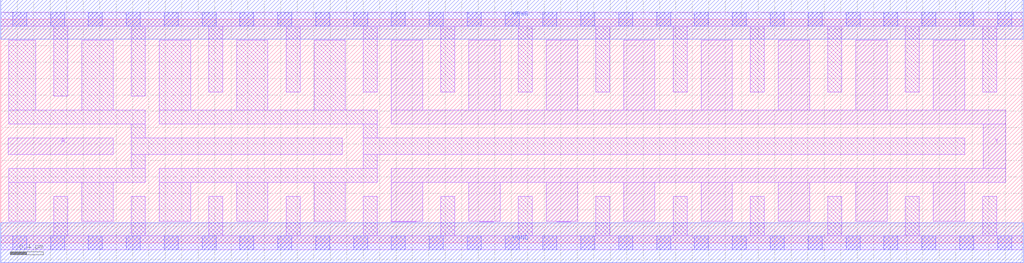
<source format=lef>
# Copyright 2020 The SkyWater PDK Authors
#
# Licensed under the Apache License, Version 2.0 (the "License");
# you may not use this file except in compliance with the License.
# You may obtain a copy of the License at
#
#     https://www.apache.org/licenses/LICENSE-2.0
#
# Unless required by applicable law or agreed to in writing, software
# distributed under the License is distributed on an "AS IS" BASIS,
# WITHOUT WARRANTIES OR CONDITIONS OF ANY KIND, either express or implied.
# See the License for the specific language governing permissions and
# limitations under the License.
#
# SPDX-License-Identifier: Apache-2.0

VERSION 5.7 ;
  NAMESCASESENSITIVE ON ;
  NOWIREEXTENSIONATPIN ON ;
  DIVIDERCHAR "/" ;
  BUSBITCHARS "[]" ;
UNITS
  DATABASE MICRONS 200 ;
END UNITS
PROPERTYDEFINITIONS
  MACRO maskLayoutSubType STRING ;
  MACRO prCellType STRING ;
  MACRO originalViewName STRING ;
END PROPERTYDEFINITIONS
MACRO sky130_fd_sc_hdll__bufinv_16
  CLASS CORE ;
  FOREIGN sky130_fd_sc_hdll__bufinv_16 ;
  ORIGIN  0.000000  0.000000 ;
  SIZE  12.42000 BY  2.720000 ;
  SYMMETRY X Y R90 ;
  SITE unithd ;
  PIN A
    ANTENNAGATEAREA  0.832500 ;
    DIRECTION INPUT ;
    USE SIGNAL ;
    PORT
      LAYER li1 ;
        RECT 0.090000 1.075000 1.365000 1.275000 ;
    END
  END A
  PIN Y
    ANTENNADIFFAREA  4.016500 ;
    DIRECTION OUTPUT ;
    USE SIGNAL ;
    PORT
      LAYER li1 ;
        RECT  4.745000 0.255000  5.045000 0.260000 ;
        RECT  4.745000 0.260000  5.125000 0.735000 ;
        RECT  4.745000 0.735000 12.205000 0.905000 ;
        RECT  4.745000 1.445000 12.205000 1.615000 ;
        RECT  4.745000 1.615000  5.125000 2.465000 ;
        RECT  5.685000 0.260000  6.065000 0.735000 ;
        RECT  5.685000 1.615000  6.065000 2.465000 ;
        RECT  5.815000 0.255000  5.985000 0.260000 ;
        RECT  6.625000 0.260000  7.005000 0.735000 ;
        RECT  6.625000 1.615000  7.005000 2.465000 ;
        RECT  6.755000 0.255000  6.925000 0.260000 ;
        RECT  7.565000 0.260000  7.945000 0.735000 ;
        RECT  7.565000 1.615000  7.945000 2.465000 ;
        RECT  8.505000 0.260000  8.885000 0.735000 ;
        RECT  8.505000 1.615000  8.885000 2.465000 ;
        RECT  9.445000 0.260000  9.825000 0.735000 ;
        RECT  9.445000 1.615000  9.825000 2.465000 ;
        RECT 10.385000 0.260000 10.765000 0.735000 ;
        RECT 10.385000 1.615000 10.765000 2.465000 ;
        RECT 11.325000 0.260000 11.705000 0.735000 ;
        RECT 11.325000 1.615000 11.705000 2.465000 ;
        RECT 11.930000 0.905000 12.205000 1.445000 ;
    END
  END Y
  PIN VGND
    DIRECTION INOUT ;
    USE GROUND ;
    PORT
      LAYER met1 ;
        RECT 0.000000 -0.240000 12.420000 0.240000 ;
    END
  END VGND
  PIN VPWR
    DIRECTION INOUT ;
    USE POWER ;
    PORT
      LAYER met1 ;
        RECT 0.000000 2.480000 12.420000 2.960000 ;
    END
  END VPWR
  OBS
    LAYER li1 ;
      RECT  0.000000 -0.085000 12.420000 0.085000 ;
      RECT  0.000000  2.635000 12.420000 2.805000 ;
      RECT  0.095000  0.260000  0.425000 0.735000 ;
      RECT  0.095000  0.735000  1.755000 0.905000 ;
      RECT  0.095000  1.445000  1.755000 1.615000 ;
      RECT  0.095000  1.615000  0.425000 2.465000 ;
      RECT  0.645000  0.085000  0.815000 0.565000 ;
      RECT  0.645000  1.785000  0.815000 2.635000 ;
      RECT  0.985000  0.260000  1.365000 0.735000 ;
      RECT  0.985000  1.615000  1.365000 2.465000 ;
      RECT  1.585000  0.085000  1.755000 0.565000 ;
      RECT  1.585000  0.905000  1.755000 1.075000 ;
      RECT  1.585000  1.075000  4.145000 1.275000 ;
      RECT  1.585000  1.275000  1.755000 1.445000 ;
      RECT  1.585000  1.785000  1.755000 2.635000 ;
      RECT  1.925000  0.260000  2.305000 0.735000 ;
      RECT  1.925000  0.735000  4.575000 0.905000 ;
      RECT  1.925000  1.445000  4.575000 1.615000 ;
      RECT  1.925000  1.615000  2.305000 2.465000 ;
      RECT  2.525000  0.085000  2.695000 0.565000 ;
      RECT  2.525000  1.835000  2.695000 2.635000 ;
      RECT  2.865000  0.260000  3.245000 0.735000 ;
      RECT  2.865000  1.615000  3.245000 2.465000 ;
      RECT  3.465000  0.085000  3.635000 0.565000 ;
      RECT  3.465000  1.835000  3.635000 2.635000 ;
      RECT  3.805000  0.260000  4.185000 0.735000 ;
      RECT  3.805000  1.615000  4.185000 2.465000 ;
      RECT  4.400000  0.905000  4.575000 1.075000 ;
      RECT  4.400000  1.075000 11.710000 1.275000 ;
      RECT  4.400000  1.275000  4.575000 1.445000 ;
      RECT  4.405000  0.085000  4.575000 0.565000 ;
      RECT  4.405000  1.835000  4.575000 2.635000 ;
      RECT  5.345000  0.085000  5.515000 0.565000 ;
      RECT  5.345000  1.835000  5.515000 2.635000 ;
      RECT  6.285000  0.085000  6.455000 0.565000 ;
      RECT  6.285000  1.835000  6.455000 2.635000 ;
      RECT  7.225000  0.085000  7.395000 0.565000 ;
      RECT  7.225000  1.835000  7.395000 2.635000 ;
      RECT  8.165000  0.085000  8.335000 0.565000 ;
      RECT  8.165000  1.835000  8.335000 2.635000 ;
      RECT  9.105000  0.085000  9.275000 0.565000 ;
      RECT  9.105000  1.835000  9.275000 2.635000 ;
      RECT 10.045000  0.085000 10.215000 0.565000 ;
      RECT 10.045000  1.835000 10.215000 2.635000 ;
      RECT 10.985000  0.085000 11.155000 0.565000 ;
      RECT 10.985000  1.835000 11.155000 2.635000 ;
      RECT 11.925000  0.085000 12.095000 0.565000 ;
      RECT 11.925000  1.835000 12.095000 2.635000 ;
    LAYER mcon ;
      RECT  0.145000 -0.085000  0.315000 0.085000 ;
      RECT  0.145000  2.635000  0.315000 2.805000 ;
      RECT  0.605000 -0.085000  0.775000 0.085000 ;
      RECT  0.605000  2.635000  0.775000 2.805000 ;
      RECT  1.065000 -0.085000  1.235000 0.085000 ;
      RECT  1.065000  2.635000  1.235000 2.805000 ;
      RECT  1.525000 -0.085000  1.695000 0.085000 ;
      RECT  1.525000  2.635000  1.695000 2.805000 ;
      RECT  1.985000 -0.085000  2.155000 0.085000 ;
      RECT  1.985000  2.635000  2.155000 2.805000 ;
      RECT  2.445000 -0.085000  2.615000 0.085000 ;
      RECT  2.445000  2.635000  2.615000 2.805000 ;
      RECT  2.905000 -0.085000  3.075000 0.085000 ;
      RECT  2.905000  2.635000  3.075000 2.805000 ;
      RECT  3.365000 -0.085000  3.535000 0.085000 ;
      RECT  3.365000  2.635000  3.535000 2.805000 ;
      RECT  3.825000 -0.085000  3.995000 0.085000 ;
      RECT  3.825000  2.635000  3.995000 2.805000 ;
      RECT  4.285000 -0.085000  4.455000 0.085000 ;
      RECT  4.285000  2.635000  4.455000 2.805000 ;
      RECT  4.745000 -0.085000  4.915000 0.085000 ;
      RECT  4.745000  2.635000  4.915000 2.805000 ;
      RECT  5.205000 -0.085000  5.375000 0.085000 ;
      RECT  5.205000  2.635000  5.375000 2.805000 ;
      RECT  5.665000 -0.085000  5.835000 0.085000 ;
      RECT  5.665000  2.635000  5.835000 2.805000 ;
      RECT  6.125000 -0.085000  6.295000 0.085000 ;
      RECT  6.125000  2.635000  6.295000 2.805000 ;
      RECT  6.585000 -0.085000  6.755000 0.085000 ;
      RECT  6.585000  2.635000  6.755000 2.805000 ;
      RECT  7.045000 -0.085000  7.215000 0.085000 ;
      RECT  7.045000  2.635000  7.215000 2.805000 ;
      RECT  7.505000 -0.085000  7.675000 0.085000 ;
      RECT  7.505000  2.635000  7.675000 2.805000 ;
      RECT  7.965000 -0.085000  8.135000 0.085000 ;
      RECT  7.965000  2.635000  8.135000 2.805000 ;
      RECT  8.425000 -0.085000  8.595000 0.085000 ;
      RECT  8.425000  2.635000  8.595000 2.805000 ;
      RECT  8.885000 -0.085000  9.055000 0.085000 ;
      RECT  8.885000  2.635000  9.055000 2.805000 ;
      RECT  9.345000 -0.085000  9.515000 0.085000 ;
      RECT  9.345000  2.635000  9.515000 2.805000 ;
      RECT  9.805000 -0.085000  9.975000 0.085000 ;
      RECT  9.805000  2.635000  9.975000 2.805000 ;
      RECT 10.265000 -0.085000 10.435000 0.085000 ;
      RECT 10.265000  2.635000 10.435000 2.805000 ;
      RECT 10.725000 -0.085000 10.895000 0.085000 ;
      RECT 10.725000  2.635000 10.895000 2.805000 ;
      RECT 11.185000 -0.085000 11.355000 0.085000 ;
      RECT 11.185000  2.635000 11.355000 2.805000 ;
      RECT 11.645000 -0.085000 11.815000 0.085000 ;
      RECT 11.645000  2.635000 11.815000 2.805000 ;
      RECT 12.105000 -0.085000 12.275000 0.085000 ;
      RECT 12.105000  2.635000 12.275000 2.805000 ;
  END
  PROPERTY maskLayoutSubType "abstract" ;
  PROPERTY prCellType "standard" ;
  PROPERTY originalViewName "layout" ;
END sky130_fd_sc_hdll__bufinv_16
END LIBRARY

</source>
